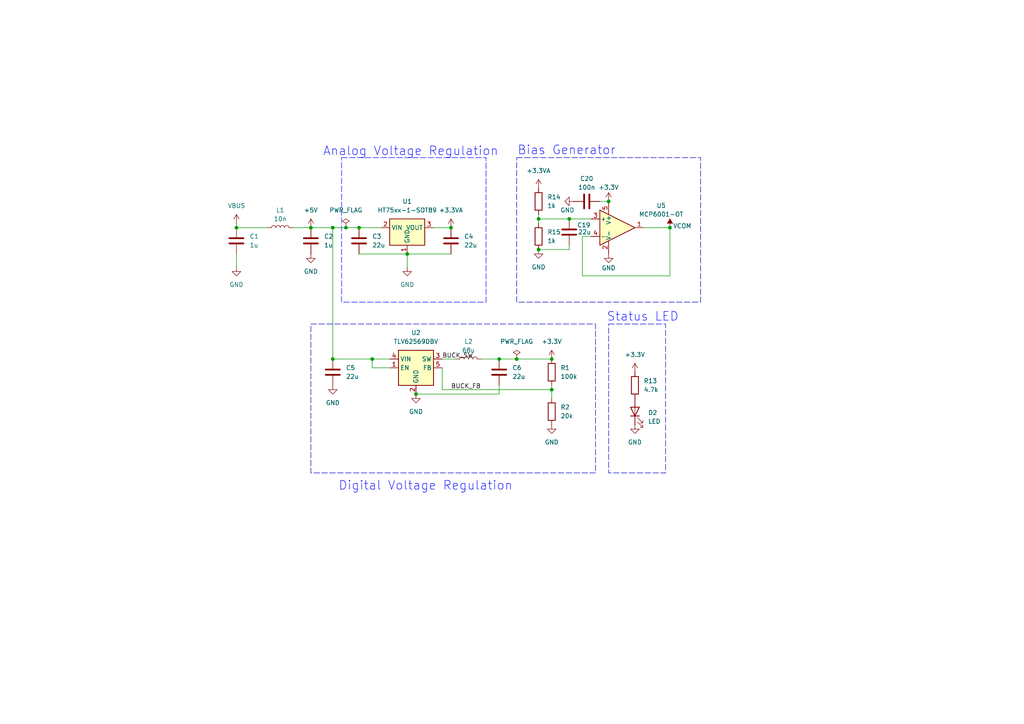
<source format=kicad_sch>
(kicad_sch (version 20250114) (generator "eeschema") (generator_version "9.0")
  (paper "A4")
  (title_block (title "PHIL Board Power System") (date "2026-01-30") (rev "1") (company "Ryan Jeronimus"))
  (lib_symbols
    (symbol "Amplifier_Operational:MCP6001-OT" (pin_names (offset 0.127))
      (property "Reference" "U5" (at 12.7 6.4202 0))
      (property "Value" "MCP6001-OT" (at 12.7 3.8802 0))
      (symbol "MCP6001-OT_0_1"
        (polyline (pts (xy -5.08 5.08) (xy 5.08 0) (xy -5.08 -5.08) (xy -5.08 5.08)) (stroke (width 0.254)) (fill (type background)))
        (pin power_in line (at -2.54 7.62 270) (length 3.81) (name "V+") (number "5"))
        (pin power_in line (at -2.54 -7.62 90) (length 3.81) (name "V-") (number "2"))
      )
      (symbol "MCP6001-OT_1_1"
        (pin input line (at -7.62 2.54 0) (length 2.54) (name "+") (number "3"))
        (pin input line (at -7.62 -2.54 0) (length 2.54) (name "-") (number "4"))
        (pin power_out line (at 7.62 0 180) (length 2.54) (name "~") (number "1"))
      )
    )
    (symbol "Device:C" (pin_numbers (hide yes)) (pin_names (offset 0.254))
      (property "Reference" "C" (at 0.635 2.54 0))
      (property "Value" "C" (at 0.635 -2.54 0))
      (symbol "C_0_1"
        (polyline (pts (xy -2.032 0.762) (xy 2.032 0.762)) (stroke (width 0.508)))
        (polyline (pts (xy -2.032 -0.762) (xy 2.032 -0.762)) (stroke (width 0.508)))
      )
      (symbol "C_1_1"
        (pin passive line (at 0 3.81 270) (length 2.794) (name "~") (number "1"))
        (pin passive line (at 0 -3.81 90) (length 2.794) (name "~") (number "2"))
      )
    )
    (symbol "Device:L" (pin_numbers (hide yes)) (pin_names (offset 1.016) (hide yes))
      (property "Reference" "L" (at -1.27 0 90))
      (property "Value" "L" (at 1.905 0 90))
      (symbol "L_0_1"
        (arc (start 0 2.54) (mid 0.6323 1.905) (end 0 1.27))
        (arc (start 0 1.27) (mid 0.6323 0.635) (end 0 0))
        (arc (start 0 0) (mid 0.6323 -0.635) (end 0 -1.27))
        (arc (start 0 -1.27) (mid 0.6323 -1.905) (end 0 -2.54))
      )
      (symbol "L_1_1"
        (pin passive line (at 0 3.81 270) (length 1.27) (name "1") (number "1"))
        (pin passive line (at 0 -3.81 90) (length 1.27) (name "2") (number "2"))
      )
    )
    (symbol "Device:LED" (pin_numbers (hide yes)) (pin_names (offset 1.016) (hide yes))
      (property "Reference" "D" (at 0 2.54 0))
      (property "Value" "LED" (at 0 -2.54 0))
      (symbol "LED_0_1"
        (polyline (pts (xy -3.048 -0.762) (xy -4.572 -2.286) (xy -3.81 -2.286) (xy -4.572 -2.286) (xy -4.572 -1.524)))
        (polyline (pts (xy -1.778 -0.762) (xy -3.302 -2.286) (xy -2.54 -2.286) (xy -3.302 -2.286) (xy -3.302 -1.524)))
        (polyline (pts (xy -1.27 0) (xy 1.27 0)))
        (polyline (pts (xy -1.27 -1.27) (xy -1.27 1.27)) (stroke (width 0.254)))
        (polyline (pts (xy 1.27 -1.27) (xy 1.27 1.27) (xy -1.27 0) (xy 1.27 -1.27)) (stroke (width 0.254)))
      )
      (symbol "LED_1_1"
        (pin passive line (at -3.81 0 0) (length 2.54) (name "K") (number "1"))
        (pin passive line (at 3.81 0 180) (length 2.54) (name "A") (number "2"))
      )
    )
    (symbol "Device:R" (pin_numbers (hide yes)) (pin_names (offset 0))
      (property "Reference" "R" (at 2.032 0 90))
      (property "Value" "R" (at 0 0 90))
      (symbol "R_0_1"
        (rectangle (start -1.016 -2.54) (end 1.016 2.54) (stroke (width 0.254)))
      )
      (symbol "R_1_1"
        (pin passive line (at 0 3.81 270) (length 1.27) (name "~") (number "1"))
        (pin passive line (at 0 -3.81 90) (length 1.27) (name "~") (number "2"))
      )
    )
    (symbol "Regulator_Linear:HT75xx-1-SOT89"
      (property "Reference" "U" (at -5.08 -3.81 0))
      (property "Value" "HT75xx-1-SOT89" (at 0 6.35 0))
      (symbol "HT75xx-1-SOT89_0_1"
        (rectangle (start -5.08 5.08) (end 5.08 -2.54) (stroke (width 0.254)) (fill (type background)))
      )
      (symbol "HT75xx-1-SOT89_1_1"
        (pin power_in line (at -7.62 2.54 0) (length 2.54) (name "VIN") (number "2"))
        (pin power_in line (at 0 -5.08 90) (length 2.54) (name "GND") (number "1"))
        (pin power_out line (at 7.62 2.54 180) (length 2.54) (name "VOUT") (number "3"))
      )
    )
    (symbol "Regulator_Switching:TLV62569DBV"
      (property "Reference" "U" (at -5.08 6.35 0))
      (property "Value" "TLV62569DBV" (at 0 6.35 0))
      (symbol "TLV62569DBV_0_1"
        (rectangle (start -5.08 5.08) (end 5.08 -5.08) (stroke (width 0.254)) (fill (type background)))
      )
      (symbol "TLV62569DBV_1_1"
        (pin power_in line (at -7.62 2.54 0) (length 2.54) (name "VIN") (number "4"))
        (pin input line (at -7.62 0 0) (length 2.54) (name "EN") (number "1"))
        (pin power_in line (at 0 -7.62 90) (length 2.54) (name "GND") (number "2"))
        (pin power_out line (at 7.62 2.54 180) (length 2.54) (name "SW") (number "3"))
        (pin input line (at 7.62 0 180) (length 2.54) (name "FB") (number "5"))
      )
    )
    (symbol "power:+3.3V" (power) (pin_numbers (hide yes)) (pin_names (offset 0) (hide yes))
      (property "Value" "+3.3V" (at 0 3.556 0))
      (symbol "+3.3V_0_1"
        (polyline (pts (xy -0.762 1.27) (xy 0 2.54)))
        (polyline (pts (xy 0 2.54) (xy 0.762 1.27)))
        (polyline (pts (xy 0 0) (xy 0 2.54)))
      )
      (symbol "+3.3V_1_1"
        (pin power_in line (at 0 0 90) (length 0) (name "~") (number "1"))
      )
    )
    (symbol "power:+3.3VA" (power) (pin_numbers (hide yes)) (pin_names (offset 0) (hide yes))
      (property "Value" "+3.3VA" (at 0 3.556 0))
      (symbol "+3.3VA_0_1"
        (polyline (pts (xy -0.762 1.27) (xy 0 2.54)))
        (polyline (pts (xy 0 2.54) (xy 0.762 1.27)))
        (polyline (pts (xy 0 0) (xy 0 2.54)))
      )
      (symbol "+3.3VA_1_1"
        (pin power_in line (at 0 0 90) (length 0) (name "~") (number "1"))
      )
    )
    (symbol "power:+5V" (power) (pin_numbers (hide yes)) (pin_names (offset 0) (hide yes))
      (property "Value" "+5V" (at 0 3.556 0))
      (symbol "+5V_0_1"
        (polyline (pts (xy -0.762 1.27) (xy 0 2.54)))
        (polyline (pts (xy 0 2.54) (xy 0.762 1.27)))
        (polyline (pts (xy 0 0) (xy 0 2.54)))
      )
      (symbol "+5V_1_1"
        (pin power_in line (at 0 0 90) (length 0) (name "~") (number "1"))
      )
    )
    (symbol "power:GND" (power) (pin_numbers (hide yes)) (pin_names (offset 0) (hide yes))
      (property "Value" "GND" (at 0 -3.81 0))
      (symbol "GND_0_1"
        (polyline (pts (xy 0 0) (xy 0 -1.27) (xy 1.27 -1.27) (xy 0 -2.54) (xy -1.27 -1.27) (xy 0 -1.27)))
      )
      (symbol "GND_1_1"
        (pin power_in line (at 0 0 270) (length 0) (name "~") (number "1"))
      )
    )
    (symbol "power:PWR_FLAG" (power) (pin_numbers (hide yes)) (pin_names (offset 0) (hide yes))
      (property "Value" "PWR_FLAG" (at 0 3.81 0))
      (symbol "PWR_FLAG_0_0"
        (pin power_out line (at 0 0 90) (length 0) (name "~") (number "1"))
      )
      (symbol "PWR_FLAG_0_1"
        (polyline (pts (xy 0 0) (xy 0 1.27) (xy -1.016 1.905) (xy 0 2.54) (xy 1.016 1.905) (xy 0 1.27)))
      )
    )
    (symbol "power:VBUS" (power) (pin_numbers (hide yes)) (pin_names (offset 0) (hide yes))
      (property "Value" "VBUS" (at 0 3.556 0))
      (symbol "VBUS_0_1"
        (polyline (pts (xy -0.762 1.27) (xy 0 2.54)))
        (polyline (pts (xy 0 2.54) (xy 0.762 1.27)))
        (polyline (pts (xy 0 0) (xy 0 2.54)))
      )
      (symbol "VBUS_1_1"
        (pin power_in line (at 0 0 90) (length 0) (name "~") (number "1"))
      )
    )
    (symbol "power:VCOM" (power) (pin_numbers (hide yes)) (pin_names (offset 0) (hide yes))
      (property "Value" "VCOM" (at 0 3.556 0))
      (symbol "VCOM_0_1"
        (polyline (pts (xy 0 0) (xy 0 2.54)))
        (polyline (pts (xy 0.762 1.27) (xy -0.762 1.27) (xy 0 2.54) (xy 0.762 1.27)) (fill (type outline)))
      )
      (symbol "VCOM_1_1"
        (pin power_in line (at 0 0 90) (length 0) (name "~") (number "1"))
      )
    )
  )
  (rectangle (start 176.53 93.98) (end 193.04 137.16) (stroke (width 0) (type dash)))
  (rectangle (start 90.17 93.98) (end 172.72 137.16) (stroke (width 0) (type dash)))
  (rectangle (start 149.86 45.72) (end 203.2 87.63) (stroke (width 0) (type dash)))
  (rectangle (start 99.06 45.72) (end 140.97 87.63) (stroke (width 0) (type dash) (color 3 4 255 1)))
  (text "Bias Generator" (at 164.338 43.688 0) (effects (font (size 2.54 2.54))))
  (text "Status LED\n" (at 186.436 91.948 0) (effects (font (size 2.54 2.54))))
  (text "Analog Voltage Regulation" (at 119.126 43.942 0) (effects (font (size 2.54 2.54))))
  (text "Digital Voltage Regulation" (at 123.444 140.97 0) (effects (font (size 2.54 2.54))))
  (junction (at 176.53 58.42))
  (junction (at 144.78 104.14))
  (junction (at 68.58 66.04))
  (junction (at 160.02 104.14))
  (junction (at 90.17 66.04))
  (junction (at 120.65 114.3))
  (junction (at 96.52 66.04))
  (junction (at 149.86 104.14))
  (junction (at 96.52 104.14))
  (junction (at 194.31 66.04))
  (junction (at 107.95 104.14))
  (junction (at 104.14 66.04))
  (junction (at 156.21 63.5))
  (junction (at 165.1 63.5))
  (junction (at 118.11 73.66))
  (junction (at 100.33 66.04))
  (junction (at 160.02 113.03))
  (junction (at 156.21 72.39))
  (junction (at 130.81 66.04))
  (wire (pts (xy 156.21 72.39) (xy 165.1 72.39)))
  (wire (pts (xy 128.27 113.03) (xy 128.27 106.68)))
  (wire (pts (xy 171.45 68.58) (xy 168.91 68.58)))
  (wire (pts (xy 107.95 106.68) (xy 113.03 106.68)))
  (wire (pts (xy 68.58 73.66) (xy 68.58 77.47)))
  (wire (pts (xy 160.02 111.76) (xy 160.02 113.03)))
  (wire (pts (xy 118.11 77.47) (xy 118.11 73.66)))
  (wire (pts (xy 173.99 58.42) (xy 176.53 58.42)))
  (wire (pts (xy 68.58 66.04) (xy 77.47 66.04)))
  (wire (pts (xy 194.31 66.04) (xy 194.31 80.01)))
  (wire (pts (xy 139.7 104.14) (xy 144.78 104.14)))
  (wire (pts (xy 144.78 104.14) (xy 149.86 104.14)))
  (wire (pts (xy 118.11 73.66) (xy 130.81 73.66)))
  (wire (pts (xy 168.91 68.58) (xy 168.91 80.01)))
  (wire (pts (xy 160.02 113.03) (xy 160.02 115.57)))
  (wire (pts (xy 96.52 66.04) (xy 100.33 66.04)))
  (wire (pts (xy 107.95 104.14) (xy 113.03 104.14)))
  (wire (pts (xy 128.27 104.14) (xy 132.08 104.14)))
  (wire (pts (xy 90.17 66.04) (xy 96.52 66.04)))
  (wire (pts (xy 68.58 64.77) (xy 68.58 66.04)))
  (wire (pts (xy 156.21 62.23) (xy 156.21 63.5)))
  (wire (pts (xy 156.21 63.5) (xy 156.21 64.77)))
  (wire (pts (xy 165.1 63.5) (xy 171.45 63.5)))
  (wire (pts (xy 100.33 66.04) (xy 104.14 66.04)))
  (wire (pts (xy 160.02 113.03) (xy 128.27 113.03)))
  (wire (pts (xy 96.52 66.04) (xy 96.52 104.14)))
  (wire (pts (xy 104.14 73.66) (xy 118.11 73.66)))
  (wire (pts (xy 186.69 66.04) (xy 194.31 66.04)))
  (wire (pts (xy 120.65 114.3) (xy 144.78 114.3)))
  (wire (pts (xy 165.1 71.12) (xy 165.1 72.39)))
  (wire (pts (xy 96.52 104.14) (xy 107.95 104.14)))
  (wire (pts (xy 144.78 114.3) (xy 144.78 111.76)))
  (wire (pts (xy 149.86 104.14) (xy 160.02 104.14)))
  (wire (pts (xy 107.95 104.14) (xy 107.95 106.68)))
  (wire (pts (xy 85.09 66.04) (xy 90.17 66.04)))
  (wire (pts (xy 104.14 66.04) (xy 110.49 66.04)))
  (wire (pts (xy 156.21 63.5) (xy 165.1 63.5)))
  (wire (pts (xy 168.91 80.01) (xy 194.31 80.01)))
  (wire (pts (xy 125.73 66.04) (xy 130.81 66.04)))
  (label "BUCK_SW" (at 128.27 104.14 0))
  (label "BUCK_FB" (at 130.81 113.03 0))
  (symbol (lib_id "power:GND") (at 96.52 111.76 0) (unit 1)
    (property "Reference" "#PWR07" (effects (hide yes)))
    (property "Value" "GND" (at 96.52 116.84 0))
    (property "Description" "Power symbol creates a global label with name \"GND\" , ground" (effects (hide yes)))
  )
  (symbol (lib_id "Device:L") (at 135.89 104.14 90) (unit 1)
    (property "Reference" "L2" (at 135.89 99.06 90))
    (property "Value" "68u" (at 135.89 101.6 90))
    (property "Footprint" "Inductor_SMD:L_0603_1608Metric" (effects (hide yes)))
    (property "Description" "Inductor" (effects (hide yes)))
  )
  (symbol (lib_id "Device:R") (at 156.21 58.42 0) (unit 1)
    (property "Reference" "R14" (at 158.75 57.1499 0) (effects (justify left)))
    (property "Value" "1k" (at 158.75 59.6899 0) (effects (justify left)))
    (property "Footprint" "Resistor_SMD:R_0603_1608Metric" (effects (hide yes)))
    (property "Description" "Resistor" (effects (hide yes)))
  )
  (symbol (lib_id "power:VCOM") (at 194.31 66.04 0) (unit 1)
    (property "Reference" "#PWR034" (effects (hide yes)))
    (property "Value" "VCOM" (at 197.866 65.532 0))
    (property "Description" "Power symbol creates a global label with name \"VCOM\"" (effects (hide yes)))
  )
  (symbol (lib_id "power:GND") (at 68.58 77.47 0) (unit 1)
    (property "Reference" "#PWR02" (effects (hide yes)))
    (property "Value" "GND" (at 68.58 82.55 0))
    (property "Description" "Power symbol creates a global label with name \"GND\" , ground" (effects (hide yes)))
  )
  (symbol (lib_id "power:GND") (at 160.02 123.19 0) (unit 1)
    (property "Reference" "#PWR09" (effects (hide yes)))
    (property "Value" "GND" (at 160.02 128.27 0))
    (property "Description" "Power symbol creates a global label with name \"GND\" , ground" (effects (hide yes)))
  )
  (symbol (lib_id "power:GND") (at 90.17 73.66 0) (unit 1)
    (property "Reference" "#PWR03" (effects (hide yes)))
    (property "Value" "GND" (at 90.17 78.74 0))
    (property "Description" "Power symbol creates a global label with name \"GND\" , ground" (effects (hide yes)))
  )
  (symbol (lib_id "Device:C") (at 165.1 67.31 0) (unit 1)
    (property "Reference" "C19" (at 167.386 65.278 0) (effects (justify left)))
    (property "Value" "22u" (at 167.64 67.31 0) (effects (justify left)))
    (property "Footprint" "Capacitor_SMD:C_0805_2012Metric" (effects (hide yes)))
    (property "Description" "Unpolarized capacitor" (effects (hide yes)))
  )
  (symbol (lib_id "power:GND") (at 156.21 72.39 0) (unit 1)
    (property "Reference" "#PWR033" (effects (hide yes)))
    (property "Value" "GND" (at 156.21 77.47 0))
    (property "Description" "Power symbol creates a global label with name \"GND\" , ground" (effects (hide yes)))
  )
  (symbol (lib_id "power:PWR_FLAG") (at 149.86 104.14 0) (unit 1)
    (property "Reference" "#FLG04" (effects (hide yes)))
    (property "Value" "PWR_FLAG" (at 149.86 99.06 0))
    (property "Description" "Special symbol for telling ERC where power comes from" (effects (hide yes)))
  )
  (symbol (lib_id "power:VBUS") (at 68.58 64.77 0) (unit 1)
    (property "Reference" "#PWR01" (effects (hide yes)))
    (property "Value" "VBUS" (at 68.58 59.69 0))
    (property "Description" "Power symbol creates a global label with name \"VBUS\"" (effects (hide yes)))
  )
  (symbol (lib_id "power:+3.3V") (at 176.53 58.42 0) (unit 1)
    (property "Reference" "#PWR036" (effects (hide yes)))
    (property "Value" "+3.3V" (at 176.53 54.356 0))
    (property "Description" "Power symbol creates a global label with name \"+3.3V\"" (effects (hide yes)))
  )
  (symbol (lib_id "Device:R") (at 160.02 119.38 0) (unit 1)
    (property "Reference" "R2" (at 162.56 118.1099 0) (effects (justify left)))
    (property "Value" "20k" (at 162.56 120.6499 0) (effects (justify left)))
    (property "Footprint" "Resistor_SMD:R_0603_1608Metric" (effects (hide yes)))
    (property "Description" "Resistor" (effects (hide yes)))
  )
  (symbol (lib_id "Device:R") (at 156.21 68.58 0) (unit 1)
    (property "Reference" "R15" (at 158.75 67.3099 0) (effects (justify left)))
    (property "Value" "1k" (at 158.75 69.8499 0) (effects (justify left)))
    (property "Footprint" "Resistor_SMD:R_0603_1608Metric" (effects (hide yes)))
    (property "Description" "Resistor" (effects (hide yes)))
  )
  (symbol (lib_id "power:+5V") (at 90.17 66.04 0) (unit 1)
    (property "Reference" "#PWR04" (effects (hide yes)))
    (property "Value" "+5V" (at 90.17 60.96 0))
    (property "Description" "Power symbol creates a global label with name \"+5V\"" (effects (hide yes)))
  )
  (symbol (lib_id "power:PWR_FLAG") (at 100.33 66.04 0) (unit 1)
    (property "Reference" "#FLG03" (effects (hide yes)))
    (property "Value" "PWR_FLAG" (at 100.33 60.96 0))
    (property "Description" "Special symbol for telling ERC where power comes from" (effects (hide yes)))
  )
  (symbol (lib_id "Device:R") (at 160.02 107.95 0) (unit 1)
    (property "Reference" "R1" (at 162.56 106.6799 0) (effects (justify left)))
    (property "Value" "100k" (at 162.56 109.2199 0) (effects (justify left)))
    (property "Footprint" "Resistor_SMD:R_0603_1608Metric" (effects (hide yes)))
    (property "Description" "Resistor" (effects (hide yes)))
  )
  (symbol (lib_id "Device:C") (at 104.14 69.85 0) (unit 1)
    (property "Reference" "C3" (at 107.95 68.5799 0) (effects (justify left)))
    (property "Value" "22u" (at 107.95 71.1199 0) (effects (justify left)))
    (property "Footprint" "Capacitor_SMD:C_0805_2012Metric" (effects (hide yes)))
    (property "Description" "Unpolarized capacitor" (effects (hide yes)))
  )
  (symbol (lib_id "power:+3.3V") (at 184.15 107.95 0) (unit 1)
    (property "Reference" "#PWR030" (effects (hide yes)))
    (property "Value" "+3.3V" (at 184.15 102.87 0))
    (property "Description" "Power symbol creates a global label with name \"+3.3V\"" (effects (hide yes)))
  )
  (symbol (lib_id "Device:C") (at 130.81 69.85 0) (unit 1)
    (property "Reference" "C4" (at 134.62 68.5799 0) (effects (justify left)))
    (property "Value" "22u" (at 134.62 71.1199 0) (effects (justify left)))
    (property "Footprint" "Capacitor_SMD:C_0805_2012Metric" (effects (hide yes)))
    (property "Description" "Unpolarized capacitor" (effects (hide yes)))
  )
  (symbol (lib_id "power:+3.3V") (at 160.02 104.14 0) (unit 1)
    (property "Reference" "#PWR010" (effects (hide yes)))
    (property "Value" "+3.3V" (at 160.02 99.06 0))
    (property "Description" "Power symbol creates a global label with name \"+3.3V\"" (effects (hide yes)))
  )
  (symbol (lib_id "power:GND") (at 166.37 58.42 270) (unit 1)
    (property "Reference" "#PWR037" (effects (hide yes)))
    (property "Value" "GND" (at 166.624 60.96 90) (effects (justify right)))
    (property "Description" "Power symbol creates a global label with name \"GND\" , ground" (effects (hide yes)))
  )
  (symbol (lib_id "Device:C") (at 96.52 107.95 0) (unit 1)
    (property "Reference" "C5" (at 100.33 106.6799 0) (effects (justify left)))
    (property "Value" "22u" (at 100.33 109.2199 0) (effects (justify left)))
    (property "Footprint" "Capacitor_SMD:C_0805_2012Metric" (effects (hide yes)))
    (property "Description" "Unpolarized capacitor" (effects (hide yes)))
  )
  (symbol (lib_id "Device:C") (at 90.17 69.85 0) (unit 1)
    (property "Reference" "C2" (at 93.98 68.5799 0) (effects (justify left)))
    (property "Value" "1u" (at 93.98 71.1199 0) (effects (justify left)))
    (property "Footprint" "Capacitor_SMD:C_0603_1608Metric" (effects (hide yes)))
    (property "Description" "Unpolarized capacitor" (effects (hide yes)))
  )
  (symbol (lib_id "Device:LED") (at 184.15 119.38 90) (unit 1)
    (property "Reference" "D2" (at 187.96 119.6974 90) (effects (justify right)))
    (property "Value" "LED" (at 187.96 122.2374 90) (effects (justify right)))
    (property "Footprint" "LED_SMD:LED_0402_1005Metric" (effects (hide yes)))
    (property "Description" "Light emitting diode" (effects (hide yes)))
    (property "Sim.Pins" "1=K 2=A" (effects (hide yes)))
  )
  (symbol (lib_id "power:+3.3V") (at 156.21 54.61 0) (unit 1)
    (property "Reference" "#PWR032" (effects (hide yes)))
    (property "Value" "+3.3VA" (at 156.21 49.53 0))
    (property "Description" "Power symbol creates a global label with name \"+3.3V\"" (effects (hide yes)))
  )
  (symbol (lib_id "Device:C") (at 144.78 107.95 0) (unit 1)
    (property "Reference" "C6" (at 148.59 106.6799 0) (effects (justify left)))
    (property "Value" "22u" (at 148.59 109.2199 0) (effects (justify left)))
    (property "Footprint" "Capacitor_SMD:C_0805_2012Metric" (effects (hide yes)))
    (property "Description" "Unpolarized capacitor" (effects (hide yes)))
  )
  (symbol (lib_id "power:GND") (at 118.11 77.47 0) (unit 1)
    (property "Reference" "#PWR05" (effects (hide yes)))
    (property "Value" "GND" (at 118.11 82.55 0))
    (property "Description" "Power symbol creates a global label with name \"GND\" , ground" (effects (hide yes)))
  )
  (symbol (lib_id "power:GND") (at 176.53 73.66 0) (unit 1)
    (property "Reference" "#PWR035" (effects (hide yes)))
    (property "Value" "GND" (at 176.53 77.724 0))
    (property "Description" "Power symbol creates a global label with name \"GND\" , ground" (effects (hide yes)))
  )
  (symbol (lib_id "Device:C") (at 68.58 69.85 0) (unit 1)
    (property "Reference" "C1" (at 72.39 68.5799 0) (effects (justify left)))
    (property "Value" "1u" (at 72.39 71.1199 0) (effects (justify left)))
    (property "Footprint" "Capacitor_SMD:C_0603_1608Metric" (effects (hide yes)))
    (property "Description" "Unpolarized capacitor" (effects (hide yes)))
  )
  (symbol (lib_id "power:GND") (at 184.15 123.19 0) (unit 1)
    (property "Reference" "#PWR031" (effects (hide yes)))
    (property "Value" "GND" (at 184.15 128.27 0))
    (property "Description" "Power symbol creates a global label with name \"GND\" , ground" (effects (hide yes)))
  )
  (symbol (lib_id "Amplifier_Operational:MCP6001-OT") (at 179.07 66.04 0) (unit 1)
    (property "Reference" "U5" (at 191.77 59.6198 0))
    (property "Value" "MCP6001-OT" (at 191.77 62.1598 0))
    (property "Footprint" "Package_TO_SOT_SMD:SOT-23-5" (effects (hide yes)))
    (property "Datasheet" "https://ww1.microchip.com/downloads/en/DeviceDoc/MCP6001-1R-1U-2-4-1-MHz-Low-Power-Op-Amp-DS20001733L.pdf" (effects (hide yes)))
    (property "Description" "1MHz, Low-Power Op Amp, SOT-23-5" (effects (hide yes)))
  )
  (symbol (lib_id "Regulator_Switching:TLV62569DBV") (at 120.65 106.68 0) (unit 1)
    (property "Reference" "U2" (at 120.65 96.52 0))
    (property "Value" "TLV62569DBV" (at 120.65 99.06 0))
    (property "Footprint" "Package_TO_SOT_SMD:SOT-23-5" (effects (hide yes)))
    (property "Datasheet" "http://www.ti.com/lit/ds/symlink/tlv62569.pdf" (effects (hide yes)))
    (property "Description" "High Efficiency Synchronous Buck Converter, Adjustable Output 0.6V-5.5V, 2A, SOT-23-5" (effects (hide yes)))
  )
  (symbol (lib_id "Regulator_Linear:HT75xx-1-SOT89") (at 118.11 68.58 0) (unit 1)
    (property "Reference" "U1" (at 118.11 58.42 0))
    (property "Value" "HT75xx-1-SOT89" (at 118.11 60.96 0))
    (property "Footprint" "Package_TO_SOT_SMD:SOT-89-3" (effects (hide yes)))
    (property "Datasheet" "https://www.holtek.com/documents/10179/116711/HT75xx-1v250.pdf" (effects (hide yes)))
    (property "Description" "100mA Low Dropout Voltage Regulator, Fixed Output, SOT89" (effects (hide yes)))
  )
  (symbol (lib_id "Device:C") (at 170.18 58.42 90) (unit 1)
    (property "Reference" "C20" (at 170.18 51.816 90))
    (property "Value" "100n" (at 170.18 54.356 90))
    (property "Footprint" "Capacitor_SMD:C_0603_1608Metric" (effects (hide yes)))
    (property "Description" "Unpolarized capacitor" (effects (hide yes)))
  )
  (symbol (lib_id "Device:L") (at 81.28 66.04 90) (unit 1)
    (property "Reference" "L1" (at 81.28 60.96 90))
    (property "Value" "10n" (at 81.28 63.5 90))
    (property "Footprint" "Inductor_SMD:L_0603_1608Metric" (effects (hide yes)))
    (property "Description" "Inductor" (effects (hide yes)))
  )
  (symbol (lib_id "power:GND") (at 120.65 114.3 0) (unit 1)
    (property "Reference" "#PWR08" (effects (hide yes)))
    (property "Value" "GND" (at 120.65 119.38 0))
    (property "Description" "Power symbol creates a global label with name \"GND\" , ground" (effects (hide yes)))
  )
  (symbol (lib_id "Device:R") (at 184.15 111.76 0) (unit 1)
    (property "Reference" "R13" (at 186.69 110.4899 0) (effects (justify left)))
    (property "Value" "4.7k" (at 186.69 113.0299 0) (effects (justify left)))
    (property "Footprint" "Resistor_SMD:R_0603_1608Metric" (effects (hide yes)))
    (property "Description" "Resistor" (effects (hide yes)))
  )
  (symbol (lib_id "power:+3.3VA") (at 130.81 66.04 0) (unit 1)
    (property "Reference" "#PWR06" (effects (hide yes)))
    (property "Value" "+3.3VA" (at 130.81 60.96 0))
    (property "Description" "Power symbol creates a global label with name \"+3.3VA\"" (effects (hide yes)))
  )
)
</source>
